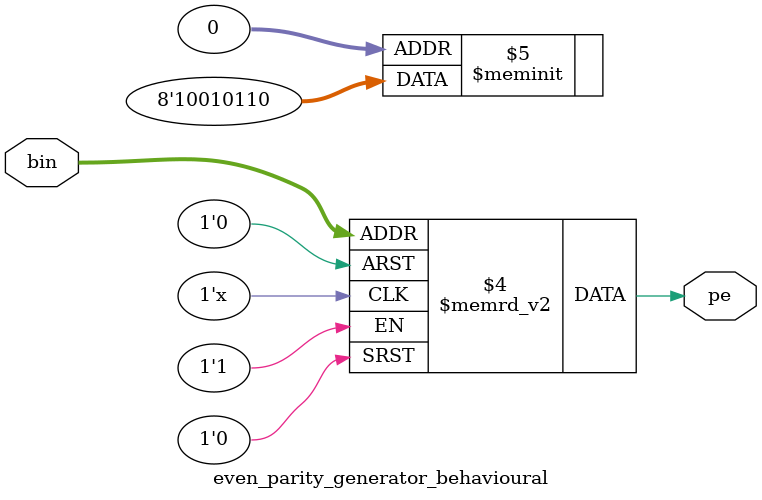
<source format=v>
module even_parity_generator_behavioural( bin , pe);
    input [2:0]bin;
    output reg pe;
            
    always@(bin)
        begin
            case(bin)
               3'b000 : pe = 0;
               3'b001 : pe = 1;
               3'b010 : pe = 1;
               3'b011 : pe = 0;
               3'b100 : pe = 1;
               3'b101 : pe = 0;
               3'b110 : pe = 0;
               3'b111 : pe = 1;
            endcase
        end
            
endmodule
</source>
